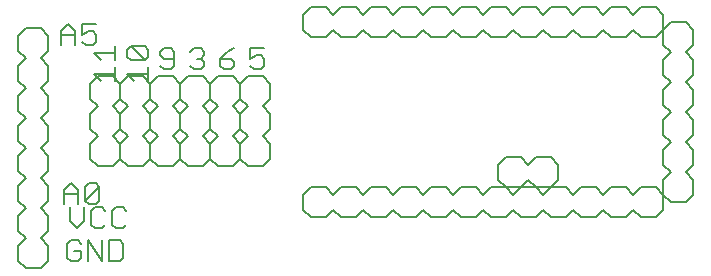
<source format=gbr>
G04 EAGLE Gerber RS-274X export*
G75*
%MOMM*%
%FSLAX34Y34*%
%LPD*%
%INSilkscreen Top*%
%IPPOS*%
%AMOC8*
5,1,8,0,0,1.08239X$1,22.5*%
G01*
%ADD10C,0.152400*%
%ADD11C,0.203200*%


D10*
X335205Y790717D02*
X323342Y790717D01*
X323342Y781820D01*
X329274Y784785D01*
X332240Y784785D01*
X335205Y781820D01*
X335205Y775888D01*
X332240Y772922D01*
X326308Y772922D01*
X323342Y775888D01*
X309805Y790717D02*
X303874Y787751D01*
X297942Y781820D01*
X297942Y775888D01*
X300908Y772922D01*
X306840Y772922D01*
X309805Y775888D01*
X309805Y778854D01*
X306840Y781820D01*
X297942Y781820D01*
X275508Y790717D02*
X272542Y787751D01*
X275508Y790717D02*
X281440Y790717D01*
X284405Y787751D01*
X284405Y784785D01*
X281440Y781820D01*
X278474Y781820D01*
X281440Y781820D02*
X284405Y778854D01*
X284405Y775888D01*
X281440Y772922D01*
X275508Y772922D01*
X272542Y775888D01*
X250108Y772922D02*
X247142Y775888D01*
X250108Y772922D02*
X256040Y772922D01*
X259005Y775888D01*
X259005Y787751D01*
X256040Y790717D01*
X250108Y790717D01*
X247142Y787751D01*
X247142Y784785D01*
X250108Y781820D01*
X259005Y781820D01*
X225119Y762772D02*
X219187Y768704D01*
X236982Y768704D01*
X236982Y762772D02*
X236982Y774636D01*
X234016Y780547D02*
X222153Y780547D01*
X219187Y783513D01*
X219187Y789445D01*
X222153Y792411D01*
X234016Y792411D01*
X236982Y789445D01*
X236982Y783513D01*
X234016Y780547D01*
X222153Y792411D01*
X197179Y762772D02*
X191247Y768704D01*
X209042Y768704D01*
X209042Y762772D02*
X209042Y774636D01*
X197179Y780547D02*
X191247Y786479D01*
X209042Y786479D01*
X209042Y780547D02*
X209042Y792411D01*
X177300Y628157D02*
X180265Y625191D01*
X177300Y628157D02*
X171368Y628157D01*
X168402Y625191D01*
X168402Y613328D01*
X171368Y610362D01*
X177300Y610362D01*
X180265Y613328D01*
X180265Y619260D01*
X174334Y619260D01*
X186177Y628157D02*
X186177Y610362D01*
X198040Y610362D02*
X186177Y628157D01*
X198040Y628157D02*
X198040Y610362D01*
X203952Y610362D02*
X203952Y628157D01*
X203952Y610362D02*
X212849Y610362D01*
X215815Y613328D01*
X215815Y625191D01*
X212849Y628157D01*
X203952Y628157D01*
X170942Y644234D02*
X170942Y656097D01*
X170942Y644234D02*
X176874Y638302D01*
X182805Y644234D01*
X182805Y656097D01*
X197614Y656097D02*
X200580Y653131D01*
X197614Y656097D02*
X191683Y656097D01*
X188717Y653131D01*
X188717Y641268D01*
X191683Y638302D01*
X197614Y638302D01*
X200580Y641268D01*
X215389Y656097D02*
X218355Y653131D01*
X215389Y656097D02*
X209458Y656097D01*
X206492Y653131D01*
X206492Y641268D01*
X209458Y638302D01*
X215389Y638302D01*
X218355Y641268D01*
X165862Y658622D02*
X165862Y670485D01*
X171794Y676417D01*
X177725Y670485D01*
X177725Y658622D01*
X177725Y667520D02*
X165862Y667520D01*
X183637Y661588D02*
X183637Y673451D01*
X186603Y676417D01*
X192534Y676417D01*
X195500Y673451D01*
X195500Y661588D01*
X192534Y658622D01*
X186603Y658622D01*
X183637Y661588D01*
X195500Y673451D01*
X163322Y793242D02*
X163322Y805105D01*
X169254Y811037D01*
X175185Y805105D01*
X175185Y793242D01*
X175185Y802140D02*
X163322Y802140D01*
X181097Y811037D02*
X192960Y811037D01*
X181097Y811037D02*
X181097Y802140D01*
X187029Y805105D01*
X189994Y805105D01*
X192960Y802140D01*
X192960Y796208D01*
X189994Y793242D01*
X184063Y793242D01*
X181097Y796208D01*
D11*
X527050Y825500D02*
X539750Y825500D01*
X546100Y819150D01*
X546100Y806450D02*
X539750Y800100D01*
X501650Y825500D02*
X495300Y819150D01*
X501650Y825500D02*
X514350Y825500D01*
X520700Y819150D01*
X520700Y806450D02*
X514350Y800100D01*
X501650Y800100D01*
X495300Y806450D01*
X520700Y819150D02*
X527050Y825500D01*
X520700Y806450D02*
X527050Y800100D01*
X539750Y800100D01*
X463550Y825500D02*
X450850Y825500D01*
X463550Y825500D02*
X469900Y819150D01*
X469900Y806450D02*
X463550Y800100D01*
X469900Y819150D02*
X476250Y825500D01*
X488950Y825500D01*
X495300Y819150D01*
X495300Y806450D02*
X488950Y800100D01*
X476250Y800100D01*
X469900Y806450D01*
X425450Y825500D02*
X419100Y819150D01*
X425450Y825500D02*
X438150Y825500D01*
X444500Y819150D01*
X444500Y806450D02*
X438150Y800100D01*
X425450Y800100D01*
X419100Y806450D01*
X444500Y819150D02*
X450850Y825500D01*
X444500Y806450D02*
X450850Y800100D01*
X463550Y800100D01*
X387350Y825500D02*
X374650Y825500D01*
X387350Y825500D02*
X393700Y819150D01*
X393700Y806450D02*
X387350Y800100D01*
X393700Y819150D02*
X400050Y825500D01*
X412750Y825500D01*
X419100Y819150D01*
X419100Y806450D02*
X412750Y800100D01*
X400050Y800100D01*
X393700Y806450D01*
X368300Y806450D02*
X368300Y819150D01*
X374650Y825500D01*
X368300Y806450D02*
X374650Y800100D01*
X387350Y800100D01*
X552450Y825500D02*
X565150Y825500D01*
X571500Y819150D01*
X571500Y806450D02*
X565150Y800100D01*
X546100Y819150D02*
X552450Y825500D01*
X546100Y806450D02*
X552450Y800100D01*
X565150Y800100D01*
X577850Y825500D02*
X590550Y825500D01*
X596900Y819150D01*
X596900Y806450D02*
X590550Y800100D01*
X571500Y819150D02*
X577850Y825500D01*
X571500Y806450D02*
X577850Y800100D01*
X590550Y800100D01*
X603250Y825500D02*
X615950Y825500D01*
X622300Y819150D01*
X622300Y806450D02*
X615950Y800100D01*
X596900Y819150D02*
X603250Y825500D01*
X596900Y806450D02*
X603250Y800100D01*
X615950Y800100D01*
X628650Y825500D02*
X641350Y825500D01*
X647700Y819150D01*
X647700Y806450D02*
X641350Y800100D01*
X622300Y819150D02*
X628650Y825500D01*
X622300Y806450D02*
X628650Y800100D01*
X641350Y800100D01*
X654050Y825500D02*
X666750Y825500D01*
X673100Y819150D01*
X673100Y806450D01*
X666750Y800100D01*
X647700Y819150D02*
X654050Y825500D01*
X647700Y806450D02*
X654050Y800100D01*
X666750Y800100D01*
X514350Y647700D02*
X501650Y647700D01*
X495300Y654050D01*
X495300Y666750D02*
X501650Y673100D01*
X539750Y647700D02*
X546100Y654050D01*
X539750Y647700D02*
X527050Y647700D01*
X520700Y654050D01*
X520700Y666750D02*
X527050Y673100D01*
X539750Y673100D01*
X546100Y666750D01*
X520700Y654050D02*
X514350Y647700D01*
X520700Y666750D02*
X514350Y673100D01*
X501650Y673100D01*
X577850Y647700D02*
X590550Y647700D01*
X577850Y647700D02*
X571500Y654050D01*
X571500Y666750D02*
X577850Y673100D01*
X571500Y654050D02*
X565150Y647700D01*
X552450Y647700D01*
X546100Y654050D01*
X546100Y666750D02*
X552450Y673100D01*
X565150Y673100D01*
X571500Y666750D01*
X615950Y647700D02*
X622300Y654050D01*
X615950Y647700D02*
X603250Y647700D01*
X596900Y654050D01*
X596900Y666750D02*
X603250Y673100D01*
X615950Y673100D01*
X622300Y666750D01*
X596900Y654050D02*
X590550Y647700D01*
X596900Y666750D02*
X590550Y673100D01*
X577850Y673100D01*
X654050Y647700D02*
X666750Y647700D01*
X654050Y647700D02*
X647700Y654050D01*
X647700Y666750D02*
X654050Y673100D01*
X647700Y654050D02*
X641350Y647700D01*
X628650Y647700D01*
X622300Y654050D01*
X622300Y666750D02*
X628650Y673100D01*
X641350Y673100D01*
X647700Y666750D01*
X673100Y666750D02*
X673100Y654050D01*
X666750Y647700D01*
X673100Y666750D02*
X666750Y673100D01*
X654050Y673100D01*
X488950Y647700D02*
X476250Y647700D01*
X469900Y654050D01*
X469900Y666750D02*
X476250Y673100D01*
X495300Y654050D02*
X488950Y647700D01*
X495300Y666750D02*
X488950Y673100D01*
X476250Y673100D01*
X463550Y647700D02*
X450850Y647700D01*
X444500Y654050D01*
X444500Y666750D02*
X450850Y673100D01*
X469900Y654050D02*
X463550Y647700D01*
X469900Y666750D02*
X463550Y673100D01*
X450850Y673100D01*
X438150Y647700D02*
X425450Y647700D01*
X419100Y654050D01*
X419100Y666750D02*
X425450Y673100D01*
X444500Y654050D02*
X438150Y647700D01*
X444500Y666750D02*
X438150Y673100D01*
X425450Y673100D01*
X412750Y647700D02*
X400050Y647700D01*
X393700Y654050D01*
X393700Y666750D02*
X400050Y673100D01*
X419100Y654050D02*
X412750Y647700D01*
X419100Y666750D02*
X412750Y673100D01*
X400050Y673100D01*
X387350Y647700D02*
X374650Y647700D01*
X368300Y654050D01*
X368300Y666750D01*
X374650Y673100D01*
X393700Y654050D02*
X387350Y647700D01*
X393700Y666750D02*
X387350Y673100D01*
X374650Y673100D01*
X673100Y793750D02*
X679450Y787400D01*
X673100Y793750D02*
X673100Y806450D01*
X679450Y812800D01*
X692150Y812800D02*
X698500Y806450D01*
X698500Y793750D01*
X692150Y787400D01*
X673100Y755650D02*
X673100Y742950D01*
X673100Y755650D02*
X679450Y762000D01*
X692150Y762000D02*
X698500Y755650D01*
X679450Y762000D02*
X673100Y768350D01*
X673100Y781050D01*
X679450Y787400D01*
X692150Y787400D02*
X698500Y781050D01*
X698500Y768350D01*
X692150Y762000D01*
X673100Y717550D02*
X679450Y711200D01*
X673100Y717550D02*
X673100Y730250D01*
X679450Y736600D01*
X692150Y736600D02*
X698500Y730250D01*
X698500Y717550D01*
X692150Y711200D01*
X679450Y736600D02*
X673100Y742950D01*
X692150Y736600D02*
X698500Y742950D01*
X698500Y755650D01*
X673100Y679450D02*
X673100Y666750D01*
X673100Y679450D02*
X679450Y685800D01*
X692150Y685800D02*
X698500Y679450D01*
X679450Y685800D02*
X673100Y692150D01*
X673100Y704850D01*
X679450Y711200D01*
X692150Y711200D02*
X698500Y704850D01*
X698500Y692150D01*
X692150Y685800D01*
X692150Y660400D02*
X679450Y660400D01*
X673100Y666750D01*
X692150Y660400D02*
X698500Y666750D01*
X698500Y679450D01*
X692150Y812800D02*
X679450Y812800D01*
X340360Y709930D02*
X334010Y716280D01*
X340360Y709930D02*
X340360Y697230D01*
X334010Y690880D01*
X321310Y690880D02*
X314960Y697230D01*
X314960Y709930D01*
X321310Y716280D01*
X340360Y748030D02*
X340360Y760730D01*
X340360Y748030D02*
X334010Y741680D01*
X321310Y741680D02*
X314960Y748030D01*
X334010Y741680D02*
X340360Y735330D01*
X340360Y722630D01*
X334010Y716280D01*
X321310Y716280D02*
X314960Y722630D01*
X314960Y735330D01*
X321310Y741680D01*
X321310Y767080D02*
X334010Y767080D01*
X340360Y760730D01*
X321310Y767080D02*
X314960Y760730D01*
X314960Y748030D01*
X321310Y690880D02*
X334010Y690880D01*
X539750Y698500D02*
X552450Y698500D01*
X558800Y692150D01*
X558800Y679450D02*
X552450Y673100D01*
X558800Y692150D02*
X565150Y698500D01*
X577850Y698500D01*
X584200Y692150D01*
X584200Y679450D02*
X577850Y673100D01*
X565150Y673100D01*
X558800Y679450D01*
X533400Y679450D02*
X533400Y692150D01*
X539750Y698500D01*
X533400Y679450D02*
X539750Y673100D01*
X552450Y673100D01*
X584200Y679450D02*
X584200Y692150D01*
X314960Y709930D02*
X308610Y716280D01*
X314960Y709930D02*
X314960Y697230D01*
X308610Y690880D01*
X295910Y690880D02*
X289560Y697230D01*
X289560Y709930D01*
X295910Y716280D01*
X314960Y748030D02*
X314960Y760730D01*
X314960Y748030D02*
X308610Y741680D01*
X295910Y741680D02*
X289560Y748030D01*
X308610Y741680D02*
X314960Y735330D01*
X314960Y722630D01*
X308610Y716280D01*
X295910Y716280D02*
X289560Y722630D01*
X289560Y735330D01*
X295910Y741680D01*
X295910Y767080D02*
X308610Y767080D01*
X314960Y760730D01*
X295910Y767080D02*
X289560Y760730D01*
X289560Y748030D01*
X295910Y690880D02*
X308610Y690880D01*
X289560Y709930D02*
X283210Y716280D01*
X289560Y709930D02*
X289560Y697230D01*
X283210Y690880D01*
X270510Y690880D02*
X264160Y697230D01*
X264160Y709930D01*
X270510Y716280D01*
X289560Y748030D02*
X289560Y760730D01*
X289560Y748030D02*
X283210Y741680D01*
X270510Y741680D02*
X264160Y748030D01*
X283210Y741680D02*
X289560Y735330D01*
X289560Y722630D01*
X283210Y716280D01*
X270510Y716280D02*
X264160Y722630D01*
X264160Y735330D01*
X270510Y741680D01*
X270510Y767080D02*
X283210Y767080D01*
X289560Y760730D01*
X270510Y767080D02*
X264160Y760730D01*
X264160Y748030D01*
X270510Y690880D02*
X283210Y690880D01*
X264160Y709930D02*
X257810Y716280D01*
X264160Y709930D02*
X264160Y697230D01*
X257810Y690880D01*
X245110Y690880D02*
X238760Y697230D01*
X238760Y709930D01*
X245110Y716280D01*
X264160Y748030D02*
X264160Y760730D01*
X264160Y748030D02*
X257810Y741680D01*
X245110Y741680D02*
X238760Y748030D01*
X257810Y741680D02*
X264160Y735330D01*
X264160Y722630D01*
X257810Y716280D01*
X245110Y716280D02*
X238760Y722630D01*
X238760Y735330D01*
X245110Y741680D01*
X245110Y767080D02*
X257810Y767080D01*
X264160Y760730D01*
X245110Y767080D02*
X238760Y760730D01*
X238760Y748030D01*
X245110Y690880D02*
X257810Y690880D01*
X238760Y709930D02*
X232410Y716280D01*
X238760Y709930D02*
X238760Y697230D01*
X232410Y690880D01*
X219710Y690880D02*
X213360Y697230D01*
X213360Y709930D01*
X219710Y716280D01*
X238760Y748030D02*
X238760Y760730D01*
X238760Y748030D02*
X232410Y741680D01*
X219710Y741680D02*
X213360Y748030D01*
X232410Y741680D02*
X238760Y735330D01*
X238760Y722630D01*
X232410Y716280D01*
X219710Y716280D02*
X213360Y722630D01*
X213360Y735330D01*
X219710Y741680D01*
X219710Y767080D02*
X232410Y767080D01*
X238760Y760730D01*
X219710Y767080D02*
X213360Y760730D01*
X213360Y748030D01*
X219710Y690880D02*
X232410Y690880D01*
X213360Y709930D02*
X207010Y716280D01*
X213360Y709930D02*
X213360Y697230D01*
X207010Y690880D01*
X194310Y690880D02*
X187960Y697230D01*
X187960Y709930D01*
X194310Y716280D01*
X213360Y748030D02*
X213360Y760730D01*
X213360Y748030D02*
X207010Y741680D01*
X194310Y741680D02*
X187960Y748030D01*
X207010Y741680D02*
X213360Y735330D01*
X213360Y722630D01*
X207010Y716280D01*
X194310Y716280D02*
X187960Y722630D01*
X187960Y735330D01*
X194310Y741680D01*
X194310Y767080D02*
X207010Y767080D01*
X213360Y760730D01*
X194310Y767080D02*
X187960Y760730D01*
X187960Y748030D01*
X194310Y690880D02*
X207010Y690880D01*
X152400Y648970D02*
X152400Y636270D01*
X146050Y629920D01*
X133350Y629920D02*
X127000Y636270D01*
X152400Y674370D02*
X146050Y680720D01*
X152400Y674370D02*
X152400Y661670D01*
X146050Y655320D01*
X133350Y655320D02*
X127000Y661670D01*
X127000Y674370D01*
X133350Y680720D01*
X146050Y655320D02*
X152400Y648970D01*
X133350Y655320D02*
X127000Y648970D01*
X127000Y636270D01*
X152400Y712470D02*
X152400Y725170D01*
X152400Y712470D02*
X146050Y706120D01*
X133350Y706120D02*
X127000Y712470D01*
X146050Y706120D02*
X152400Y699770D01*
X152400Y687070D01*
X146050Y680720D01*
X133350Y680720D02*
X127000Y687070D01*
X127000Y699770D01*
X133350Y706120D01*
X152400Y750570D02*
X146050Y756920D01*
X152400Y750570D02*
X152400Y737870D01*
X146050Y731520D01*
X133350Y731520D02*
X127000Y737870D01*
X127000Y750570D01*
X133350Y756920D01*
X146050Y731520D02*
X152400Y725170D01*
X133350Y731520D02*
X127000Y725170D01*
X127000Y712470D01*
X152400Y788670D02*
X152400Y801370D01*
X152400Y788670D02*
X146050Y782320D01*
X133350Y782320D02*
X127000Y788670D01*
X146050Y782320D02*
X152400Y775970D01*
X152400Y763270D01*
X146050Y756920D01*
X133350Y756920D02*
X127000Y763270D01*
X127000Y775970D01*
X133350Y782320D01*
X133350Y807720D02*
X146050Y807720D01*
X152400Y801370D01*
X133350Y807720D02*
X127000Y801370D01*
X127000Y788670D01*
X152400Y623570D02*
X152400Y610870D01*
X146050Y604520D01*
X133350Y604520D01*
X127000Y610870D01*
X146050Y629920D02*
X152400Y623570D01*
X133350Y629920D02*
X127000Y623570D01*
X127000Y610870D01*
M02*

</source>
